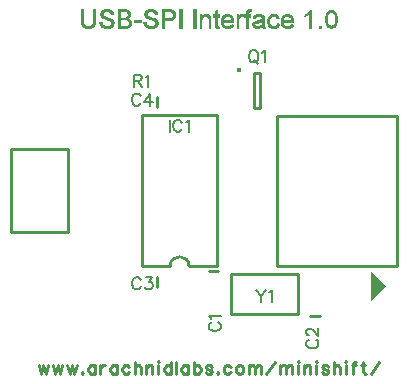
<source format=gto>
G04 DipTrace 2.4.0.1*
%INinterface.frontsilk.gto*%
%MOIN*%
%ADD10C,0.0098*%
%ADD12C,0.003*%
%ADD26C,0.0154*%
%ADD60C,0.0062*%
%ADD61C,0.0087*%
%FSLAX44Y44*%
G04*
G70*
G90*
G75*
G01*
%LNTopSilk*%
%LPD*%
X10567Y7718D2*
D10*
Y12756D1*
X8047Y7718D2*
Y12756D1*
X10567D2*
X8047D1*
X10567Y7718D2*
X9622D1*
X8992D2*
X8047D1*
X9622D2*
G03X8992Y7718I-315J-1D01*
G01*
X13251Y6121D2*
X11007D1*
Y7460D1*
X13251D1*
Y6121D1*
X10280Y7561D2*
X10594D1*
X13969Y6063D2*
X13655D1*
X8563Y7030D2*
Y7344D1*
Y13030D2*
Y13344D1*
X5600Y11615D2*
X3691D1*
Y8859D1*
X5600D1*
Y11615D1*
X16538Y12737D2*
X12562D1*
Y7737D1*
X16538D1*
Y12737D1*
D26*
X11290Y14245D3*
X11791Y14153D2*
D10*
Y12972D1*
X11988D1*
Y14153D1*
X11791D1*
G36*
X15687Y6562D2*
Y7562D1*
X16187Y7062D1*
D1*
X15687Y6562D1*
G37*
X6822Y16287D2*
D12*
X6927D1*
X8292D2*
X8397D1*
X6012Y16272D2*
X6087D1*
X6417D2*
X6492D1*
X6781D2*
X6961D1*
X7242D2*
X7527D1*
X8251D2*
X8431D1*
X8712D2*
X9012D1*
X9297D2*
X9372D1*
X9762D2*
X9837D1*
X11592D2*
X11682D1*
X6012Y16257D2*
X6087D1*
X6417D2*
X6492D1*
X6749D2*
X6991D1*
X7242D2*
X7561D1*
X8219D2*
X8461D1*
X8712D2*
X9050D1*
X9297D2*
X9372D1*
X9762D2*
X9837D1*
X10527D2*
X10542D1*
X11571D2*
X11689D1*
X13662D2*
X13692D1*
X14307D2*
X14397D1*
X6012Y16242D2*
X6087D1*
X6417D2*
X6492D1*
X6724D2*
X7015D1*
X7242D2*
X7588D1*
X8194D2*
X8485D1*
X8712D2*
X9079D1*
X9297D2*
X9372D1*
X9762D2*
X9837D1*
X10510D2*
X10542D1*
X11553D2*
X11694D1*
X13647D2*
X13692D1*
X14278D2*
X14426D1*
X6012Y16227D2*
X6087D1*
X6417D2*
X6492D1*
X6706D2*
X7033D1*
X7242D2*
X7609D1*
X8176D2*
X8503D1*
X8712D2*
X9101D1*
X9297D2*
X9372D1*
X9762D2*
X9837D1*
X10495D2*
X10542D1*
X11540D2*
X11680D1*
X13632D2*
X13692D1*
X14255D2*
X14449D1*
X6012Y16212D2*
X6087D1*
X6417D2*
X6492D1*
X6691D2*
X6796D1*
X6939D2*
X7048D1*
X7242D2*
X7623D1*
X8161D2*
X8266D1*
X8409D2*
X8518D1*
X8712D2*
X9117D1*
X9297D2*
X9372D1*
X9762D2*
X9837D1*
X10488D2*
X10542D1*
X11531D2*
X11649D1*
X13617D2*
X13692D1*
X14236D2*
X14468D1*
X6012Y16197D2*
X6087D1*
X6417D2*
X6492D1*
X6681D2*
X6774D1*
X6962D2*
X7060D1*
X7242D2*
X7317D1*
X7541D2*
X7634D1*
X8151D2*
X8244D1*
X8432D2*
X8530D1*
X8712D2*
X8787D1*
X9023D2*
X9130D1*
X9297D2*
X9372D1*
X9762D2*
X9837D1*
X10485D2*
X10542D1*
X11524D2*
X11619D1*
X13601D2*
X13692D1*
X14221D2*
X14483D1*
X6012Y16182D2*
X6087D1*
X6417D2*
X6492D1*
X6674D2*
X6758D1*
X6980D2*
X7069D1*
X7242D2*
X7317D1*
X7554D2*
X7642D1*
X8144D2*
X8228D1*
X8450D2*
X8539D1*
X8712D2*
X8787D1*
X9045D2*
X9139D1*
X9297D2*
X9372D1*
X9762D2*
X9837D1*
X10483D2*
X10542D1*
X11520D2*
X11594D1*
X13584D2*
X13692D1*
X14209D2*
X14292D1*
X14412D2*
X14495D1*
X6012Y16167D2*
X6087D1*
X6417D2*
X6492D1*
X6668D2*
X6747D1*
X6994D2*
X7076D1*
X7242D2*
X7317D1*
X7565D2*
X7650D1*
X8138D2*
X8217D1*
X8464D2*
X8546D1*
X8712D2*
X8787D1*
X9061D2*
X9146D1*
X9297D2*
X9372D1*
X9762D2*
X9837D1*
X10482D2*
X10542D1*
X11518D2*
X11584D1*
X13565D2*
X13692D1*
X14200D2*
X14277D1*
X14427D2*
X14504D1*
X6012Y16152D2*
X6087D1*
X6417D2*
X6492D1*
X6663D2*
X6739D1*
X7003D2*
X7081D1*
X7242D2*
X7317D1*
X7574D2*
X7656D1*
X8133D2*
X8209D1*
X8473D2*
X8551D1*
X8712D2*
X8787D1*
X9072D2*
X9151D1*
X9297D2*
X9372D1*
X9762D2*
X9837D1*
X10482D2*
X10542D1*
X11516D2*
X11580D1*
X13544D2*
X13692D1*
X14191D2*
X14263D1*
X14441D2*
X14511D1*
X6012Y16137D2*
X6087D1*
X6417D2*
X6492D1*
X6660D2*
X6735D1*
X7010D2*
X7086D1*
X7242D2*
X7317D1*
X7580D2*
X7659D1*
X8130D2*
X8205D1*
X8480D2*
X8556D1*
X8712D2*
X8787D1*
X9080D2*
X9156D1*
X9297D2*
X9372D1*
X9762D2*
X9837D1*
X10482D2*
X10542D1*
X11509D2*
X11578D1*
X13522D2*
X13692D1*
X14184D2*
X14250D1*
X14454D2*
X14516D1*
X6012Y16122D2*
X6087D1*
X6417D2*
X6492D1*
X6659D2*
X6734D1*
X7014D2*
X7090D1*
X7242D2*
X7317D1*
X7584D2*
X7660D1*
X8129D2*
X8204D1*
X8484D2*
X8560D1*
X8712D2*
X8787D1*
X9084D2*
X9159D1*
X9297D2*
X9372D1*
X9762D2*
X9837D1*
X10152D2*
X10227D1*
X10482D2*
X10542D1*
X10842D2*
X10932D1*
X11337D2*
X11397D1*
X11486D2*
X11577D1*
X11892D2*
X11997D1*
X12387D2*
X12477D1*
X12837D2*
X12927D1*
X13500D2*
X13600D1*
X13632D2*
X13692D1*
X14178D2*
X14241D1*
X14463D2*
X14522D1*
X6012Y16107D2*
X6087D1*
X6417D2*
X6492D1*
X6660D2*
X6734D1*
X7017D2*
X7092D1*
X7242D2*
X7317D1*
X7586D2*
X7659D1*
X8130D2*
X8204D1*
X8487D2*
X8562D1*
X8712D2*
X8787D1*
X9086D2*
X9161D1*
X9297D2*
X9372D1*
X9762D2*
X9837D1*
X9972D2*
X10032D1*
X10123D2*
X10253D1*
X10422D2*
X10617D1*
X10808D2*
X10966D1*
X11202D2*
X11247D1*
X11314D2*
X11427D1*
X11457D2*
X11667D1*
X11851D2*
X12031D1*
X12353D2*
X12508D1*
X12803D2*
X12961D1*
X13482D2*
X13580D1*
X13632D2*
X13692D1*
X14175D2*
X14236D1*
X14470D2*
X14526D1*
X6012Y16092D2*
X6087D1*
X6417D2*
X6492D1*
X6663D2*
X6741D1*
X7242D2*
X7317D1*
X7586D2*
X7656D1*
X8133D2*
X8211D1*
X8712D2*
X8787D1*
X9086D2*
X9161D1*
X9297D2*
X9372D1*
X9762D2*
X9837D1*
X9972D2*
X10033D1*
X10099D2*
X10275D1*
X10422D2*
X10617D1*
X10780D2*
X10994D1*
X11202D2*
X11250D1*
X11293D2*
X11667D1*
X11819D2*
X12058D1*
X12325D2*
X12533D1*
X12775D2*
X12989D1*
X13474D2*
X13556D1*
X13632D2*
X13692D1*
X14173D2*
X14231D1*
X14476D2*
X14530D1*
X6012Y16077D2*
X6087D1*
X6417D2*
X6492D1*
X6668D2*
X6753D1*
X7242D2*
X7317D1*
X7584D2*
X7651D1*
X8138D2*
X8223D1*
X8712D2*
X8787D1*
X9086D2*
X9159D1*
X9297D2*
X9372D1*
X9762D2*
X9837D1*
X9972D2*
X10035D1*
X10077D2*
X10291D1*
X10422D2*
X10617D1*
X10758D2*
X11016D1*
X11202D2*
X11255D1*
X11270D2*
X11427D1*
X11457D2*
X11667D1*
X11795D2*
X12079D1*
X12303D2*
X12553D1*
X12753D2*
X13011D1*
X13470D2*
X13529D1*
X13632D2*
X13692D1*
X14170D2*
X14227D1*
X14481D2*
X14533D1*
X6012Y16062D2*
X6087D1*
X6417D2*
X6492D1*
X6673D2*
X6771D1*
X7242D2*
X7317D1*
X7579D2*
X7646D1*
X8143D2*
X8241D1*
X8712D2*
X8787D1*
X9084D2*
X9156D1*
X9297D2*
X9372D1*
X9762D2*
X9837D1*
X9972D2*
X10040D1*
X10055D2*
X10303D1*
X10422D2*
X10617D1*
X10742D2*
X11032D1*
X11202D2*
X11427D1*
X11457D2*
X11667D1*
X11778D2*
X12093D1*
X12285D2*
X12568D1*
X12737D2*
X13027D1*
X13468D2*
X13499D1*
X13632D2*
X13692D1*
X14166D2*
X14222D1*
X14484D2*
X14538D1*
X6012Y16047D2*
X6087D1*
X6417D2*
X6492D1*
X6680D2*
X6799D1*
X7242D2*
X7317D1*
X7565D2*
X7639D1*
X8150D2*
X8269D1*
X8712D2*
X8787D1*
X9078D2*
X9151D1*
X9297D2*
X9372D1*
X9762D2*
X9837D1*
X9972D2*
X10110D1*
X10208D2*
X10312D1*
X10422D2*
X10617D1*
X10730D2*
X10830D1*
X10946D2*
X11044D1*
X11202D2*
X11366D1*
X11457D2*
X11667D1*
X11767D2*
X11865D1*
X12012D2*
X12103D1*
X12271D2*
X12375D1*
X12492D2*
X12580D1*
X12725D2*
X12825D1*
X12941D2*
X13039D1*
X13467D2*
D3*
X13632D2*
X13692D1*
X14162D2*
X14220D1*
X14486D2*
X14542D1*
X6012Y16032D2*
X6087D1*
X6417D2*
X6492D1*
X6691D2*
X6837D1*
X7242D2*
X7317D1*
X7546D2*
X7628D1*
X8161D2*
X8307D1*
X8712D2*
X8787D1*
X9068D2*
X9147D1*
X9297D2*
X9372D1*
X9762D2*
X9837D1*
X9972D2*
X10087D1*
X10230D2*
X10320D1*
X10482D2*
X10542D1*
X10720D2*
X10806D1*
X10973D2*
X11054D1*
X11202D2*
X11323D1*
X11517D2*
X11577D1*
X11759D2*
X11842D1*
X12026D2*
X12110D1*
X12261D2*
X12351D1*
X12507D2*
X12589D1*
X12715D2*
X12801D1*
X12968D2*
X13049D1*
X13632D2*
X13692D1*
X14159D2*
X14218D1*
X14487D2*
X14545D1*
X6012Y16017D2*
X6087D1*
X6417D2*
X6492D1*
X6707D2*
X6880D1*
X7242D2*
X7317D1*
X7523D2*
X7613D1*
X8177D2*
X8350D1*
X8712D2*
X8787D1*
X9055D2*
X9141D1*
X9297D2*
X9372D1*
X9762D2*
X9837D1*
X9972D2*
X10069D1*
X10246D2*
X10326D1*
X10482D2*
X10542D1*
X10711D2*
X10786D1*
X10995D2*
X11063D1*
X11202D2*
X11293D1*
X11517D2*
X11577D1*
X11751D2*
X11824D1*
X12039D2*
X12114D1*
X12254D2*
X12332D1*
X12521D2*
X12596D1*
X12706D2*
X12781D1*
X12990D2*
X13058D1*
X13632D2*
X13692D1*
X14158D2*
X14217D1*
X14487D2*
X14546D1*
X6012Y16002D2*
X6087D1*
X6417D2*
X6492D1*
X6727D2*
X6925D1*
X7242D2*
X7593D1*
X8197D2*
X8395D1*
X8712D2*
X8787D1*
X9041D2*
X9134D1*
X9297D2*
X9372D1*
X9762D2*
X9837D1*
X9972D2*
X10055D1*
X10257D2*
X10329D1*
X10482D2*
X10542D1*
X10704D2*
X10769D1*
X11011D2*
X11070D1*
X11202D2*
X11282D1*
X11517D2*
X11577D1*
X11742D2*
X11812D1*
X12048D2*
X12116D1*
X12248D2*
X12316D1*
X12534D2*
X12604D1*
X12699D2*
X12764D1*
X13006D2*
X13065D1*
X13632D2*
X13692D1*
X14157D2*
X14217D1*
X14487D2*
X14547D1*
X6012Y15987D2*
X6087D1*
X6417D2*
X6492D1*
X6753D2*
X6966D1*
X7242D2*
X7572D1*
X8223D2*
X8436D1*
X8712D2*
X8787D1*
X9027D2*
X9125D1*
X9297D2*
X9372D1*
X9762D2*
X9837D1*
X9972D2*
X10046D1*
X10265D2*
X10331D1*
X10482D2*
X10542D1*
X10698D2*
X10756D1*
X11022D2*
X11076D1*
X11202D2*
X11274D1*
X11517D2*
X11577D1*
X11787D2*
X11802D1*
X12054D2*
X12116D1*
X12242D2*
X12304D1*
X12544D2*
X12612D1*
X12693D2*
X12751D1*
X13017D2*
X13071D1*
X13632D2*
X13692D1*
X14157D2*
X14217D1*
X14487D2*
X14547D1*
X6012Y15972D2*
X6087D1*
X6417D2*
X6492D1*
X6784D2*
X7000D1*
X7242D2*
X7592D1*
X8254D2*
X8470D1*
X8712D2*
X9113D1*
X9297D2*
X9372D1*
X9762D2*
X9837D1*
X9972D2*
X10039D1*
X10269D2*
X10332D1*
X10482D2*
X10542D1*
X10692D2*
X10745D1*
X11030D2*
X11082D1*
X11202D2*
X11268D1*
X11517D2*
X11577D1*
X12053D2*
X12117D1*
X12237D2*
X12295D1*
X12552D2*
X12567D1*
X12687D2*
X12740D1*
X13025D2*
X13077D1*
X13632D2*
X13692D1*
X14157D2*
X14217D1*
X14487D2*
X14547D1*
X6012Y15957D2*
X6087D1*
X6417D2*
X6492D1*
X6823D2*
X7027D1*
X7242D2*
X7612D1*
X8293D2*
X8497D1*
X8712D2*
X9097D1*
X9297D2*
X9372D1*
X9762D2*
X9837D1*
X9972D2*
X10035D1*
X10271D2*
X10332D1*
X10482D2*
X10542D1*
X10687D2*
X10741D1*
X11034D2*
X11087D1*
X11202D2*
X11265D1*
X11517D2*
X11577D1*
X12040D2*
X12117D1*
X12232D2*
X12289D1*
X12682D2*
X12736D1*
X13029D2*
X13082D1*
X13632D2*
X13692D1*
X14157D2*
X14217D1*
X14487D2*
X14547D1*
X6012Y15942D2*
X6087D1*
X6417D2*
X6492D1*
X6866D2*
X7047D1*
X7242D2*
X7629D1*
X8336D2*
X8517D1*
X8712D2*
X9074D1*
X9297D2*
X9372D1*
X9762D2*
X9837D1*
X9972D2*
X10033D1*
X10271D2*
X10332D1*
X10482D2*
X10542D1*
X10683D2*
X10739D1*
X11036D2*
X11091D1*
X11202D2*
X11263D1*
X11517D2*
X11577D1*
X11999D2*
X12117D1*
X12228D2*
X12285D1*
X12678D2*
X12734D1*
X13031D2*
X13086D1*
X13632D2*
X13692D1*
X14157D2*
X14217D1*
X14487D2*
X14547D1*
X6012Y15927D2*
X6087D1*
X6417D2*
X6492D1*
X6908D2*
X7063D1*
X7242D2*
X7317D1*
X7539D2*
X7645D1*
X8378D2*
X8533D1*
X8712D2*
X9045D1*
X9297D2*
X9372D1*
X9762D2*
X9837D1*
X9972D2*
X10033D1*
X10272D2*
X10332D1*
X10482D2*
X10542D1*
X10680D2*
X11094D1*
X11202D2*
X11262D1*
X11517D2*
X11577D1*
X11944D2*
X12117D1*
X12225D2*
X12283D1*
X12675D2*
X13089D1*
X13632D2*
X13692D1*
X14157D2*
X14217D1*
X14487D2*
X14547D1*
X6012Y15912D2*
X6087D1*
X6417D2*
X6492D1*
X6946D2*
X7075D1*
X7242D2*
X7317D1*
X7563D2*
X7659D1*
X7782D2*
X8007D1*
X8416D2*
X8545D1*
X8712D2*
X9012D1*
X9297D2*
X9372D1*
X9762D2*
X9837D1*
X9972D2*
X10032D1*
X10272D2*
X10332D1*
X10482D2*
X10542D1*
X10678D2*
X11096D1*
X11202D2*
X11262D1*
X11517D2*
X11577D1*
X11887D2*
X12117D1*
X12223D2*
X12283D1*
X12673D2*
X13091D1*
X13632D2*
X13692D1*
X14157D2*
X14217D1*
X14487D2*
X14547D1*
X6012Y15897D2*
X6087D1*
X6417D2*
X6492D1*
X6977D2*
X7086D1*
X7242D2*
X7317D1*
X7582D2*
X7670D1*
X7782D2*
X8007D1*
X8447D2*
X8556D1*
X8712D2*
X8787D1*
X9297D2*
X9372D1*
X9762D2*
X9837D1*
X9972D2*
X10032D1*
X10272D2*
X10332D1*
X10482D2*
X10542D1*
X10677D2*
X11097D1*
X11202D2*
X11262D1*
X11517D2*
X11577D1*
X11840D2*
X12117D1*
X12222D2*
X12282D1*
X12672D2*
X13092D1*
X13632D2*
X13692D1*
X14158D2*
X14217D1*
X14487D2*
X14546D1*
X6012Y15882D2*
X6087D1*
X6417D2*
X6492D1*
X6999D2*
X7094D1*
X7242D2*
X7317D1*
X7597D2*
X7679D1*
X7782D2*
X8007D1*
X8469D2*
X8564D1*
X8712D2*
X8787D1*
X9297D2*
X9372D1*
X9762D2*
X9837D1*
X9972D2*
X10032D1*
X10272D2*
X10332D1*
X10482D2*
X10542D1*
X10677D2*
X11097D1*
X11202D2*
X11262D1*
X11517D2*
X11577D1*
X11805D2*
X12117D1*
X12222D2*
X12282D1*
X12672D2*
X13092D1*
X13632D2*
X13692D1*
X14160D2*
X14217D1*
X14487D2*
X14545D1*
X6013Y15867D2*
X6087D1*
X6417D2*
X6491D1*
X7014D2*
X7100D1*
X7242D2*
X7317D1*
X7609D2*
X7685D1*
X7782D2*
X8007D1*
X8484D2*
X8570D1*
X8712D2*
X8787D1*
X9297D2*
X9372D1*
X9762D2*
X9837D1*
X9972D2*
X10032D1*
X10272D2*
X10332D1*
X10482D2*
X10542D1*
X10677D2*
X11097D1*
X11202D2*
X11262D1*
X11517D2*
X11577D1*
X11780D2*
X12015D1*
X12057D2*
X12117D1*
X12222D2*
X12282D1*
X12672D2*
X13092D1*
X13632D2*
X13692D1*
X14163D2*
X14218D1*
X14486D2*
X14541D1*
X6015Y15852D2*
X6088D1*
X6416D2*
X6490D1*
X6627D2*
X6702D1*
X7025D2*
X7104D1*
X7242D2*
X7317D1*
X7613D2*
X7689D1*
X7782D2*
X8007D1*
X8097D2*
X8172D1*
X8495D2*
X8574D1*
X8712D2*
X8787D1*
X9297D2*
X9372D1*
X9762D2*
X9837D1*
X9972D2*
X10032D1*
X10272D2*
X10332D1*
X10482D2*
X10542D1*
X10678D2*
X10738D1*
X11202D2*
X11262D1*
X11517D2*
X11577D1*
X11763D2*
X11936D1*
X12057D2*
X12117D1*
X12223D2*
X12282D1*
X12673D2*
X12733D1*
X13632D2*
X13692D1*
X14167D2*
X14220D1*
X14485D2*
X14537D1*
X6018Y15837D2*
X6090D1*
X6415D2*
X6486D1*
X6629D2*
X6704D1*
X7029D2*
X7106D1*
X7242D2*
X7317D1*
X7615D2*
X7691D1*
X8099D2*
X8174D1*
X8499D2*
X8576D1*
X8712D2*
X8787D1*
X9297D2*
X9372D1*
X9762D2*
X9837D1*
X9972D2*
X10032D1*
X10272D2*
X10332D1*
X10482D2*
X10542D1*
X10680D2*
X10740D1*
X11202D2*
X11262D1*
X11517D2*
X11577D1*
X11750D2*
X11875D1*
X12057D2*
X12117D1*
X12225D2*
X12283D1*
X12675D2*
X12735D1*
X13632D2*
X13692D1*
X14170D2*
X14223D1*
X14481D2*
X14534D1*
X6022Y15822D2*
X6093D1*
X6411D2*
X6482D1*
X6633D2*
X6709D1*
X7030D2*
X7106D1*
X7242D2*
X7317D1*
X7616D2*
X7691D1*
X8103D2*
X8179D1*
X8500D2*
X8576D1*
X8712D2*
X8787D1*
X9297D2*
X9372D1*
X9762D2*
X9837D1*
X9972D2*
X10032D1*
X10272D2*
X10332D1*
X10482D2*
X10542D1*
X10683D2*
X10743D1*
X11202D2*
X11262D1*
X11517D2*
X11577D1*
X11740D2*
X11835D1*
X12056D2*
X12117D1*
X12228D2*
X12285D1*
X12678D2*
X12738D1*
X13632D2*
X13692D1*
X14172D2*
X14228D1*
X14476D2*
X14532D1*
X6025Y15807D2*
X6098D1*
X6406D2*
X6479D1*
X6638D2*
X6714D1*
X7031D2*
X7104D1*
X7242D2*
X7317D1*
X7614D2*
X7689D1*
X8108D2*
X8184D1*
X8501D2*
X8574D1*
X8712D2*
X8787D1*
X9297D2*
X9372D1*
X9762D2*
X9837D1*
X9972D2*
X10032D1*
X10272D2*
X10332D1*
X10482D2*
X10542D1*
X10688D2*
X10748D1*
X11202D2*
X11262D1*
X11517D2*
X11577D1*
X11734D2*
X11807D1*
X12054D2*
X12117D1*
X12233D2*
X12289D1*
X12567D2*
X12582D1*
X12683D2*
X12743D1*
X13632D2*
X13692D1*
X14174D2*
X14233D1*
X14471D2*
X14530D1*
X6028Y15792D2*
X6103D1*
X6401D2*
X6476D1*
X6642D2*
X6721D1*
X7029D2*
X7101D1*
X7242D2*
X7317D1*
X7610D2*
X7686D1*
X8112D2*
X8191D1*
X8499D2*
X8571D1*
X8712D2*
X8787D1*
X9297D2*
X9372D1*
X9762D2*
X9837D1*
X9972D2*
X10032D1*
X10272D2*
X10332D1*
X10482D2*
X10542D1*
X10692D2*
X10753D1*
X11202D2*
X11262D1*
X11517D2*
X11577D1*
X11730D2*
X11796D1*
X12048D2*
X12117D1*
X12237D2*
X12295D1*
X12561D2*
X12627D1*
X12687D2*
X12748D1*
X13632D2*
X13692D1*
X14179D2*
X14240D1*
X14464D2*
X14525D1*
X6033Y15777D2*
X6110D1*
X6394D2*
X6471D1*
X6648D2*
X6730D1*
X7024D2*
X7096D1*
X7242D2*
X7317D1*
X7603D2*
X7681D1*
X8118D2*
X8200D1*
X8494D2*
X8566D1*
X8712D2*
X8787D1*
X9297D2*
X9372D1*
X9762D2*
X9837D1*
X9972D2*
X10032D1*
X10272D2*
X10332D1*
X10482D2*
X10542D1*
X10698D2*
X10760D1*
X11037D2*
X11052D1*
X11202D2*
X11262D1*
X11517D2*
X11577D1*
X11729D2*
X11791D1*
X12038D2*
X12117D1*
X12242D2*
X12304D1*
X12554D2*
X12620D1*
X12693D2*
X12755D1*
X13032D2*
X13047D1*
X13632D2*
X13692D1*
X14184D2*
X14251D1*
X14453D2*
X14520D1*
X6037Y15762D2*
X6122D1*
X6382D2*
X6465D1*
X6655D2*
X6740D1*
X7012D2*
X7091D1*
X7242D2*
X7317D1*
X7592D2*
X7676D1*
X8125D2*
X8210D1*
X8482D2*
X8561D1*
X8712D2*
X8787D1*
X9297D2*
X9372D1*
X9762D2*
X9837D1*
X9972D2*
X10032D1*
X10272D2*
X10332D1*
X10482D2*
X10543D1*
X10704D2*
X10772D1*
X11021D2*
X11097D1*
X11202D2*
X11262D1*
X11517D2*
X11577D1*
X11730D2*
X11790D1*
X12024D2*
X12117D1*
X12247D2*
X12316D1*
X12544D2*
X12613D1*
X12699D2*
X12767D1*
X13016D2*
X13092D1*
X13632D2*
X13692D1*
X14191D2*
X14265D1*
X14439D2*
X14513D1*
X6043Y15747D2*
X6137D1*
X6367D2*
X6458D1*
X6663D2*
X6764D1*
X6997D2*
X7084D1*
X7242D2*
X7317D1*
X7575D2*
X7669D1*
X8133D2*
X8234D1*
X8467D2*
X8554D1*
X8712D2*
X8787D1*
X9297D2*
X9372D1*
X9762D2*
X9837D1*
X9972D2*
X10032D1*
X10272D2*
X10332D1*
X10482D2*
X10545D1*
X10711D2*
X10787D1*
X10999D2*
X11087D1*
X11202D2*
X11262D1*
X11517D2*
X11577D1*
X11733D2*
X11799D1*
X12008D2*
X12117D1*
X12253D2*
X12332D1*
X12531D2*
X12607D1*
X12706D2*
X12782D1*
X12994D2*
X13082D1*
X13632D2*
X13692D1*
X14198D2*
X14297D1*
X14407D2*
X14505D1*
X6050Y15732D2*
X6182D1*
X6322D2*
X6450D1*
X6673D2*
X6809D1*
X6952D2*
X7073D1*
X7242D2*
X7317D1*
X7552D2*
X7658D1*
X8143D2*
X8279D1*
X8422D2*
X8543D1*
X8712D2*
X8787D1*
X9297D2*
X9372D1*
X9762D2*
X9837D1*
X9972D2*
X10032D1*
X10272D2*
X10332D1*
X10483D2*
X10555D1*
X10719D2*
X10829D1*
X10959D2*
X11077D1*
X11202D2*
X11262D1*
X11517D2*
X11577D1*
X11738D2*
X11838D1*
X11965D2*
X12118D1*
X12260D2*
X12371D1*
X12492D2*
X12600D1*
X12714D2*
X12824D1*
X12954D2*
X13072D1*
X13632D2*
X13692D1*
X14206D2*
X14349D1*
X14355D2*
X14496D1*
X6061Y15717D2*
X6253D1*
X6251D2*
X6440D1*
X6685D2*
X6882D1*
X6881D2*
X7060D1*
X7242D2*
X7645D1*
X8155D2*
X8352D1*
X8351D2*
X8530D1*
X8712D2*
X8787D1*
X9297D2*
X9372D1*
X9762D2*
X9837D1*
X9972D2*
X10032D1*
X10272D2*
X10332D1*
X10485D2*
X10576D1*
X10728D2*
X10895D1*
X10894D2*
X11064D1*
X11202D2*
X11262D1*
X11517D2*
X11577D1*
X11743D2*
X11902D1*
X11899D2*
X12120D1*
X12271D2*
X12432D1*
X12590D1*
X12723D2*
X12890D1*
X12889D2*
X13059D1*
X13632D2*
X13692D1*
X13947D2*
X14007D1*
X14216D2*
X14484D1*
X6075Y15702D2*
X6426D1*
X6699D2*
X7046D1*
X7242D2*
X7628D1*
X8169D2*
X8516D1*
X8712D2*
X8787D1*
X9297D2*
X9372D1*
X9762D2*
X9837D1*
X9972D2*
X10032D1*
X10272D2*
X10332D1*
X10489D2*
X10595D1*
X10741D2*
X11050D1*
X11202D2*
X11262D1*
X11517D2*
X11577D1*
X11751D2*
X12026D1*
X12055D2*
X12124D1*
X12284D2*
X12578D1*
X12736D2*
X13045D1*
X13632D2*
X13692D1*
X13947D2*
X14007D1*
X14231D2*
X14470D1*
X6094Y15687D2*
X6406D1*
X6719D2*
X7027D1*
X7242D2*
X7605D1*
X8189D2*
X8497D1*
X8712D2*
X8787D1*
X9297D2*
X9372D1*
X9762D2*
X9837D1*
X9972D2*
X10032D1*
X10272D2*
X10332D1*
X10496D2*
X10609D1*
X10757D2*
X11033D1*
X11202D2*
X11262D1*
X11517D2*
X11577D1*
X11764D2*
X12008D1*
X12066D2*
X12130D1*
X12301D2*
X12562D1*
X12752D2*
X13028D1*
X13632D2*
X13692D1*
X13947D2*
X14007D1*
X14251D2*
X14451D1*
X6121Y15672D2*
X6379D1*
X6746D2*
X7002D1*
X7242D2*
X7575D1*
X8216D2*
X8472D1*
X8712D2*
X8787D1*
X9297D2*
X9372D1*
X9762D2*
X9837D1*
X9972D2*
X10032D1*
X10272D2*
X10332D1*
X10507D2*
X10621D1*
X10780D2*
X11010D1*
X11202D2*
X11262D1*
X11517D2*
X11577D1*
X11783D2*
X11985D1*
X12076D2*
X12138D1*
X12324D2*
X12539D1*
X12775D2*
X13005D1*
X13632D2*
X13692D1*
X13947D2*
X14007D1*
X14277D2*
X14426D1*
X6155Y15657D2*
X6347D1*
X6781D2*
X6967D1*
X7242D2*
X7542D1*
X8251D2*
X8437D1*
X8712D2*
X8787D1*
X9297D2*
X9372D1*
X9762D2*
X9837D1*
X9972D2*
X10032D1*
X10272D2*
X10332D1*
X10523D2*
X10632D1*
X10809D2*
X10980D1*
X11202D2*
X11262D1*
X11517D2*
X11577D1*
X11806D2*
X11955D1*
X12087D2*
X12147D1*
X12354D2*
X12510D1*
X12804D2*
X12975D1*
X13632D2*
X13692D1*
X13947D2*
X14007D1*
X14307D2*
X14397D1*
X6192Y15642D2*
X6312D1*
X6822D2*
X6927D1*
X8292D2*
X8397D1*
X10542D2*
X10617D1*
X10842D2*
X10947D1*
X11832D2*
X11922D1*
X12387D2*
X12477D1*
X12837D2*
X12942D1*
X6822Y16287D2*
X6781Y16272D1*
X6749Y16257D1*
X6724Y16242D1*
X6706Y16227D1*
X6691Y16212D1*
X6681Y16197D1*
X6674Y16182D1*
X6668Y16167D1*
X6663Y16152D1*
X6660Y16137D1*
X6659Y16122D1*
X6660Y16107D1*
X6663Y16092D1*
X6668Y16077D1*
X6673Y16062D1*
X6680Y16047D1*
X6691Y16032D1*
X6707Y16017D1*
X6727Y16002D1*
X6753Y15987D1*
X6784Y15972D1*
X6823Y15957D1*
X6866Y15942D1*
X6908Y15927D1*
X6946Y15912D1*
X6977Y15897D1*
X6999Y15882D1*
X7014Y15867D1*
X7025Y15852D1*
X7029Y15837D1*
X7030Y15822D1*
X7031Y15807D1*
X7029Y15792D1*
X7024Y15777D1*
X7012Y15762D1*
X6997Y15747D1*
X6952Y15732D1*
X6881Y15717D1*
X6792Y15702D1*
X6927Y16287D2*
X6961Y16272D1*
X6991Y16257D1*
X7015Y16242D1*
X7033Y16227D1*
X7048Y16212D1*
X7060Y16197D1*
X7069Y16182D1*
X7076Y16167D1*
X7081Y16152D1*
X7086Y16137D1*
X7090Y16122D1*
X7092Y16107D1*
X8292Y16287D2*
X8251Y16272D1*
X8219Y16257D1*
X8194Y16242D1*
X8176Y16227D1*
X8161Y16212D1*
X8151Y16197D1*
X8144Y16182D1*
X8138Y16167D1*
X8133Y16152D1*
X8130Y16137D1*
X8129Y16122D1*
X8130Y16107D1*
X8133Y16092D1*
X8138Y16077D1*
X8143Y16062D1*
X8150Y16047D1*
X8161Y16032D1*
X8177Y16017D1*
X8197Y16002D1*
X8223Y15987D1*
X8254Y15972D1*
X8293Y15957D1*
X8336Y15942D1*
X8378Y15927D1*
X8416Y15912D1*
X8447Y15897D1*
X8469Y15882D1*
X8484Y15867D1*
X8495Y15852D1*
X8499Y15837D1*
X8500Y15822D1*
X8501Y15807D1*
X8499Y15792D1*
X8494Y15777D1*
X8482Y15762D1*
X8467Y15747D1*
X8422Y15732D1*
X8351Y15717D1*
X8262Y15702D1*
X8397Y16287D2*
X8431Y16272D1*
X8461Y16257D1*
X8485Y16242D1*
X8503Y16227D1*
X8518Y16212D1*
X8530Y16197D1*
X8539Y16182D1*
X8546Y16167D1*
X8551Y16152D1*
X8556Y16137D1*
X8560Y16122D1*
X8562Y16107D1*
X6012Y16272D2*
Y16257D1*
Y16242D1*
Y16227D1*
Y16212D1*
Y16197D1*
Y16182D1*
Y16167D1*
Y16152D1*
Y16137D1*
Y16122D1*
Y16107D1*
Y16092D1*
Y16077D1*
Y16062D1*
Y16047D1*
Y16032D1*
Y16017D1*
Y16002D1*
Y15987D1*
Y15972D1*
Y15957D1*
Y15942D1*
Y15927D1*
Y15912D1*
Y15897D1*
Y15882D1*
X6013Y15867D1*
X6015Y15852D1*
X6018Y15837D1*
X6022Y15822D1*
X6025Y15807D1*
X6028Y15792D1*
X6033Y15777D1*
X6037Y15762D1*
X6043Y15747D1*
X6050Y15732D1*
X6061Y15717D1*
X6075Y15702D1*
X6094Y15687D1*
X6121Y15672D1*
X6155Y15657D1*
X6192Y15642D1*
X6087Y16272D2*
Y16257D1*
Y16242D1*
Y16227D1*
Y16212D1*
Y16197D1*
Y16182D1*
Y16167D1*
Y16152D1*
Y16137D1*
Y16122D1*
Y16107D1*
Y16092D1*
Y16077D1*
Y16062D1*
Y16047D1*
Y16032D1*
Y16017D1*
Y16002D1*
Y15987D1*
Y15972D1*
Y15957D1*
Y15942D1*
Y15927D1*
Y15912D1*
Y15897D1*
Y15882D1*
Y15867D1*
X6088Y15852D1*
X6090Y15837D1*
X6093Y15822D1*
X6098Y15807D1*
X6103Y15792D1*
X6110Y15777D1*
X6122Y15762D1*
X6137Y15747D1*
X6182Y15732D1*
X6253Y15717D1*
X6342Y15702D1*
X6417Y16272D2*
Y16257D1*
Y16242D1*
Y16227D1*
Y16212D1*
Y16197D1*
Y16182D1*
Y16167D1*
Y16152D1*
Y16137D1*
Y16122D1*
Y16107D1*
Y16092D1*
Y16077D1*
Y16062D1*
Y16047D1*
Y16032D1*
Y16017D1*
Y16002D1*
Y15987D1*
Y15972D1*
Y15957D1*
Y15942D1*
Y15927D1*
Y15912D1*
Y15897D1*
Y15882D1*
Y15867D1*
X6416Y15852D1*
X6415Y15837D1*
X6411Y15822D1*
X6406Y15807D1*
X6401Y15792D1*
X6394Y15777D1*
X6382Y15762D1*
X6367Y15747D1*
X6322Y15732D1*
X6251Y15717D1*
X6162Y15702D1*
X6492Y16272D2*
Y16257D1*
Y16242D1*
Y16227D1*
Y16212D1*
Y16197D1*
Y16182D1*
Y16167D1*
Y16152D1*
Y16137D1*
Y16122D1*
Y16107D1*
Y16092D1*
Y16077D1*
Y16062D1*
Y16047D1*
Y16032D1*
Y16017D1*
Y16002D1*
Y15987D1*
Y15972D1*
Y15957D1*
Y15942D1*
Y15927D1*
Y15912D1*
Y15897D1*
Y15882D1*
X6491Y15867D1*
X6490Y15852D1*
X6486Y15837D1*
X6482Y15822D1*
X6479Y15807D1*
X6476Y15792D1*
X6471Y15777D1*
X6465Y15762D1*
X6458Y15747D1*
X6450Y15732D1*
X6440Y15717D1*
X6426Y15702D1*
X6406Y15687D1*
X6379Y15672D1*
X6347Y15657D1*
X6312Y15642D1*
X7242Y16272D2*
Y16257D1*
Y16242D1*
Y16227D1*
Y16212D1*
Y16197D1*
Y16182D1*
Y16167D1*
Y16152D1*
Y16137D1*
Y16122D1*
Y16107D1*
Y16092D1*
Y16077D1*
Y16062D1*
Y16047D1*
Y16032D1*
Y16017D1*
Y16002D1*
Y15987D1*
Y15972D1*
Y15957D1*
Y15942D1*
Y15927D1*
Y15912D1*
Y15897D1*
Y15882D1*
Y15867D1*
Y15852D1*
Y15837D1*
Y15822D1*
Y15807D1*
Y15792D1*
Y15777D1*
Y15762D1*
Y15747D1*
Y15732D1*
Y15717D1*
Y15702D1*
Y15687D1*
Y15672D1*
Y15657D1*
X7527Y16272D2*
X7561Y16257D1*
X7588Y16242D1*
X7609Y16227D1*
X7623Y16212D1*
X7634Y16197D1*
X7642Y16182D1*
X7650Y16167D1*
X7656Y16152D1*
X7659Y16137D1*
X7660Y16122D1*
X7659Y16107D1*
X7656Y16092D1*
X7651Y16077D1*
X7646Y16062D1*
X7639Y16047D1*
X7628Y16032D1*
X7613Y16017D1*
X7593Y16002D1*
X7572Y15987D1*
X7592Y15972D1*
X7612Y15957D1*
X7629Y15942D1*
X7645Y15927D1*
X7659Y15912D1*
X7670Y15897D1*
X7679Y15882D1*
X7685Y15867D1*
X7689Y15852D1*
X7691Y15837D1*
Y15822D1*
X7689Y15807D1*
X7686Y15792D1*
X7681Y15777D1*
X7676Y15762D1*
X7669Y15747D1*
X7658Y15732D1*
X7645Y15717D1*
X7628Y15702D1*
X7605Y15687D1*
X7575Y15672D1*
X7542Y15657D1*
X8712Y16272D2*
Y16257D1*
Y16242D1*
Y16227D1*
Y16212D1*
Y16197D1*
Y16182D1*
Y16167D1*
Y16152D1*
Y16137D1*
Y16122D1*
Y16107D1*
Y16092D1*
Y16077D1*
Y16062D1*
Y16047D1*
Y16032D1*
Y16017D1*
Y16002D1*
Y15987D1*
Y15972D1*
Y15957D1*
Y15942D1*
Y15927D1*
Y15912D1*
Y15897D1*
Y15882D1*
Y15867D1*
Y15852D1*
Y15837D1*
Y15822D1*
Y15807D1*
Y15792D1*
Y15777D1*
Y15762D1*
Y15747D1*
Y15732D1*
Y15717D1*
Y15702D1*
Y15687D1*
Y15672D1*
Y15657D1*
X9012Y16272D2*
X9050Y16257D1*
X9079Y16242D1*
X9101Y16227D1*
X9117Y16212D1*
X9130Y16197D1*
X9139Y16182D1*
X9146Y16167D1*
X9151Y16152D1*
X9156Y16137D1*
X9159Y16122D1*
X9161Y16107D1*
Y16092D1*
X9159Y16077D1*
X9156Y16062D1*
X9151Y16047D1*
X9147Y16032D1*
X9141Y16017D1*
X9134Y16002D1*
X9125Y15987D1*
X9113Y15972D1*
X9097Y15957D1*
X9074Y15942D1*
X9045Y15927D1*
X9012Y15912D1*
X9297Y16272D2*
Y16257D1*
Y16242D1*
Y16227D1*
Y16212D1*
Y16197D1*
Y16182D1*
Y16167D1*
Y16152D1*
Y16137D1*
Y16122D1*
Y16107D1*
Y16092D1*
Y16077D1*
Y16062D1*
Y16047D1*
Y16032D1*
Y16017D1*
Y16002D1*
Y15987D1*
Y15972D1*
Y15957D1*
Y15942D1*
Y15927D1*
Y15912D1*
Y15897D1*
Y15882D1*
Y15867D1*
Y15852D1*
Y15837D1*
Y15822D1*
Y15807D1*
Y15792D1*
Y15777D1*
Y15762D1*
Y15747D1*
Y15732D1*
Y15717D1*
Y15702D1*
Y15687D1*
Y15672D1*
Y15657D1*
X9372Y16272D2*
Y16257D1*
Y16242D1*
Y16227D1*
Y16212D1*
Y16197D1*
Y16182D1*
Y16167D1*
Y16152D1*
Y16137D1*
Y16122D1*
Y16107D1*
Y16092D1*
Y16077D1*
Y16062D1*
Y16047D1*
Y16032D1*
Y16017D1*
Y16002D1*
Y15987D1*
Y15972D1*
Y15957D1*
Y15942D1*
Y15927D1*
Y15912D1*
Y15897D1*
Y15882D1*
Y15867D1*
Y15852D1*
Y15837D1*
Y15822D1*
Y15807D1*
Y15792D1*
Y15777D1*
Y15762D1*
Y15747D1*
Y15732D1*
Y15717D1*
Y15702D1*
Y15687D1*
Y15672D1*
Y15657D1*
X9762Y16272D2*
Y16257D1*
Y16242D1*
Y16227D1*
Y16212D1*
Y16197D1*
Y16182D1*
Y16167D1*
Y16152D1*
Y16137D1*
Y16122D1*
Y16107D1*
Y16092D1*
Y16077D1*
Y16062D1*
Y16047D1*
Y16032D1*
Y16017D1*
Y16002D1*
Y15987D1*
Y15972D1*
Y15957D1*
Y15942D1*
Y15927D1*
Y15912D1*
Y15897D1*
Y15882D1*
Y15867D1*
Y15852D1*
Y15837D1*
Y15822D1*
Y15807D1*
Y15792D1*
Y15777D1*
Y15762D1*
Y15747D1*
Y15732D1*
Y15717D1*
Y15702D1*
Y15687D1*
Y15672D1*
Y15657D1*
X9837Y16272D2*
Y16257D1*
Y16242D1*
Y16227D1*
Y16212D1*
Y16197D1*
Y16182D1*
Y16167D1*
Y16152D1*
Y16137D1*
Y16122D1*
Y16107D1*
Y16092D1*
Y16077D1*
Y16062D1*
Y16047D1*
Y16032D1*
Y16017D1*
Y16002D1*
Y15987D1*
Y15972D1*
Y15957D1*
Y15942D1*
Y15927D1*
Y15912D1*
Y15897D1*
Y15882D1*
Y15867D1*
Y15852D1*
Y15837D1*
Y15822D1*
Y15807D1*
Y15792D1*
Y15777D1*
Y15762D1*
Y15747D1*
Y15732D1*
Y15717D1*
Y15702D1*
Y15687D1*
Y15672D1*
Y15657D1*
X11592Y16272D2*
X11571Y16257D1*
X11553Y16242D1*
X11540Y16227D1*
X11531Y16212D1*
X11524Y16197D1*
X11520Y16182D1*
X11518Y16167D1*
X11516Y16152D1*
X11509Y16137D1*
X11486Y16122D1*
X11457Y16107D1*
X11682Y16272D2*
X11689Y16257D1*
X11694Y16242D1*
X11680Y16227D1*
X11649Y16212D1*
X11619Y16197D1*
X11594Y16182D1*
X11584Y16167D1*
X11580Y16152D1*
X11578Y16137D1*
X11577Y16122D1*
Y16107D1*
X11667D1*
Y16092D1*
Y16077D1*
Y16062D1*
Y16047D1*
Y16032D1*
X11577D1*
Y16017D1*
Y16002D1*
Y15987D1*
Y15972D1*
Y15957D1*
Y15942D1*
Y15927D1*
Y15912D1*
Y15897D1*
Y15882D1*
Y15867D1*
Y15852D1*
Y15837D1*
Y15822D1*
Y15807D1*
Y15792D1*
Y15777D1*
Y15762D1*
Y15747D1*
Y15732D1*
Y15717D1*
Y15702D1*
Y15687D1*
Y15672D1*
Y15657D1*
X10527Y16257D2*
X10510Y16242D1*
X10495Y16227D1*
X10488Y16212D1*
X10485Y16197D1*
X10483Y16182D1*
X10482Y16167D1*
Y16152D1*
Y16137D1*
Y16122D1*
Y16107D1*
X10422D1*
Y16092D1*
Y16077D1*
Y16062D1*
Y16047D1*
Y16032D1*
X10482D1*
Y16017D1*
Y16002D1*
Y15987D1*
Y15972D1*
Y15957D1*
Y15942D1*
Y15927D1*
Y15912D1*
Y15897D1*
Y15882D1*
Y15867D1*
Y15852D1*
Y15837D1*
Y15822D1*
Y15807D1*
Y15792D1*
Y15777D1*
Y15762D1*
Y15747D1*
X10483Y15732D1*
X10485Y15717D1*
X10489Y15702D1*
X10496Y15687D1*
X10507Y15672D1*
X10523Y15657D1*
X10542Y15642D1*
Y16257D2*
Y16242D1*
Y16227D1*
Y16212D1*
Y16197D1*
Y16182D1*
Y16167D1*
Y16152D1*
Y16137D1*
Y16122D1*
Y16107D1*
X10617D1*
Y16092D1*
Y16077D1*
Y16062D1*
Y16047D1*
Y16032D1*
X10542D1*
Y16017D1*
Y16002D1*
Y15987D1*
Y15972D1*
Y15957D1*
Y15942D1*
Y15927D1*
Y15912D1*
Y15897D1*
Y15882D1*
Y15867D1*
Y15852D1*
Y15837D1*
Y15822D1*
Y15807D1*
Y15792D1*
Y15777D1*
X10543Y15762D1*
X10545Y15747D1*
X10555Y15732D1*
X10576Y15717D1*
X10595Y15702D1*
X10609Y15687D1*
X10621Y15672D1*
X10632Y15657D1*
X10617Y15642D1*
X13662Y16257D2*
X13647Y16242D1*
X13632Y16227D1*
X13617Y16212D1*
X13601Y16197D1*
X13584Y16182D1*
X13565Y16167D1*
X13544Y16152D1*
X13522Y16137D1*
X13500Y16122D1*
X13482Y16107D1*
X13474Y16092D1*
X13470Y16077D1*
X13468Y16062D1*
X13467Y16047D1*
X13692Y16257D2*
Y16242D1*
Y16227D1*
Y16212D1*
Y16197D1*
Y16182D1*
Y16167D1*
Y16152D1*
Y16137D1*
Y16122D1*
Y16107D1*
Y16092D1*
Y16077D1*
Y16062D1*
Y16047D1*
Y16032D1*
Y16017D1*
Y16002D1*
Y15987D1*
Y15972D1*
Y15957D1*
Y15942D1*
Y15927D1*
Y15912D1*
Y15897D1*
Y15882D1*
Y15867D1*
Y15852D1*
Y15837D1*
Y15822D1*
Y15807D1*
Y15792D1*
Y15777D1*
Y15762D1*
Y15747D1*
Y15732D1*
Y15717D1*
Y15702D1*
Y15687D1*
Y15672D1*
Y15657D1*
X14307Y16257D2*
X14278Y16242D1*
X14255Y16227D1*
X14236Y16212D1*
X14221Y16197D1*
X14209Y16182D1*
X14200Y16167D1*
X14191Y16152D1*
X14184Y16137D1*
X14178Y16122D1*
X14175Y16107D1*
X14173Y16092D1*
X14170Y16077D1*
X14166Y16062D1*
X14162Y16047D1*
X14159Y16032D1*
X14158Y16017D1*
X14157Y16002D1*
Y15987D1*
Y15972D1*
Y15957D1*
Y15942D1*
Y15927D1*
Y15912D1*
X14158Y15897D1*
X14160Y15882D1*
X14163Y15867D1*
X14167Y15852D1*
X14170Y15837D1*
X14172Y15822D1*
X14174Y15807D1*
X14179Y15792D1*
X14184Y15777D1*
X14191Y15762D1*
X14198Y15747D1*
X14206Y15732D1*
X14216Y15717D1*
X14231Y15702D1*
X14251Y15687D1*
X14277Y15672D1*
X14307Y15657D1*
X14397Y16257D2*
X14426Y16242D1*
X14449Y16227D1*
X14468Y16212D1*
X14483Y16197D1*
X14495Y16182D1*
X14504Y16167D1*
X14511Y16152D1*
X14516Y16137D1*
X14522Y16122D1*
X14526Y16107D1*
X14530Y16092D1*
X14533Y16077D1*
X14538Y16062D1*
X14542Y16047D1*
X14545Y16032D1*
X14546Y16017D1*
X14547Y16002D1*
Y15987D1*
Y15972D1*
Y15957D1*
Y15942D1*
Y15927D1*
Y15912D1*
X14546Y15897D1*
X14545Y15882D1*
X14541Y15867D1*
X14537Y15852D1*
X14534Y15837D1*
X14532Y15822D1*
X14530Y15807D1*
X14525Y15792D1*
X14520Y15777D1*
X14513Y15762D1*
X14505Y15747D1*
X14496Y15732D1*
X14484Y15717D1*
X14470Y15702D1*
X14451Y15687D1*
X14426Y15672D1*
X14397Y15657D1*
X6822Y16227D2*
X6796Y16212D1*
X6774Y16197D1*
X6758Y16182D1*
X6747Y16167D1*
X6739Y16152D1*
X6735Y16137D1*
X6734Y16122D1*
Y16107D1*
X6741Y16092D1*
X6753Y16077D1*
X6771Y16062D1*
X6799Y16047D1*
X6837Y16032D1*
X6880Y16017D1*
X6925Y16002D1*
X6966Y15987D1*
X7000Y15972D1*
X7027Y15957D1*
X7047Y15942D1*
X7063Y15927D1*
X7075Y15912D1*
X7086Y15897D1*
X7094Y15882D1*
X7100Y15867D1*
X7104Y15852D1*
X7106Y15837D1*
Y15822D1*
X7104Y15807D1*
X7101Y15792D1*
X7096Y15777D1*
X7091Y15762D1*
X7084Y15747D1*
X7073Y15732D1*
X7060Y15717D1*
X7046Y15702D1*
X7027Y15687D1*
X7002Y15672D1*
X6967Y15657D1*
X6927Y15642D1*
X6912Y16227D2*
X6939Y16212D1*
X6962Y16197D1*
X6980Y16182D1*
X6994Y16167D1*
X7003Y16152D1*
X7010Y16137D1*
X7014Y16122D1*
X7017Y16107D1*
X8292Y16227D2*
X8266Y16212D1*
X8244Y16197D1*
X8228Y16182D1*
X8217Y16167D1*
X8209Y16152D1*
X8205Y16137D1*
X8204Y16122D1*
Y16107D1*
X8211Y16092D1*
X8223Y16077D1*
X8241Y16062D1*
X8269Y16047D1*
X8307Y16032D1*
X8350Y16017D1*
X8395Y16002D1*
X8436Y15987D1*
X8470Y15972D1*
X8497Y15957D1*
X8517Y15942D1*
X8533Y15927D1*
X8545Y15912D1*
X8556Y15897D1*
X8564Y15882D1*
X8570Y15867D1*
X8574Y15852D1*
X8576Y15837D1*
Y15822D1*
X8574Y15807D1*
X8571Y15792D1*
X8566Y15777D1*
X8561Y15762D1*
X8554Y15747D1*
X8543Y15732D1*
X8530Y15717D1*
X8516Y15702D1*
X8497Y15687D1*
X8472Y15672D1*
X8437Y15657D1*
X8397Y15642D1*
X8382Y16227D2*
X8409Y16212D1*
X8432Y16197D1*
X8450Y16182D1*
X8464Y16167D1*
X8473Y16152D1*
X8480Y16137D1*
X8484Y16122D1*
X8487Y16107D1*
X7317Y16212D2*
Y16197D1*
Y16182D1*
Y16167D1*
Y16152D1*
Y16137D1*
Y16122D1*
Y16107D1*
Y16092D1*
Y16077D1*
Y16062D1*
Y16047D1*
Y16032D1*
Y16017D1*
Y16002D1*
X7527Y16212D2*
X7541Y16197D1*
X7554Y16182D1*
X7565Y16167D1*
X7574Y16152D1*
X7580Y16137D1*
X7584Y16122D1*
X7586Y16107D1*
Y16092D1*
X7584Y16077D1*
X7579Y16062D1*
X7565Y16047D1*
X7546Y16032D1*
X7523Y16017D1*
X7497Y16002D1*
X8787Y16212D2*
Y16197D1*
Y16182D1*
Y16167D1*
Y16152D1*
Y16137D1*
Y16122D1*
Y16107D1*
Y16092D1*
Y16077D1*
Y16062D1*
Y16047D1*
Y16032D1*
Y16017D1*
Y16002D1*
Y15987D1*
Y15972D1*
X8997Y16212D2*
X9023Y16197D1*
X9045Y16182D1*
X9061Y16167D1*
X9072Y16152D1*
X9080Y16137D1*
X9084Y16122D1*
X9086Y16107D1*
Y16092D1*
Y16077D1*
X9084Y16062D1*
X9078Y16047D1*
X9068Y16032D1*
X9055Y16017D1*
X9041Y16002D1*
X9027Y15987D1*
X9012Y15972D1*
X14307Y16197D2*
X14292Y16182D1*
X14277Y16167D1*
X14263Y16152D1*
X14250Y16137D1*
X14241Y16122D1*
X14236Y16107D1*
X14231Y16092D1*
X14227Y16077D1*
X14222Y16062D1*
X14220Y16047D1*
X14218Y16032D1*
X14217Y16017D1*
Y16002D1*
Y15987D1*
Y15972D1*
Y15957D1*
Y15942D1*
Y15927D1*
Y15912D1*
Y15897D1*
Y15882D1*
X14218Y15867D1*
X14220Y15852D1*
X14223Y15837D1*
X14228Y15822D1*
X14233Y15807D1*
X14240Y15792D1*
X14251Y15777D1*
X14265Y15762D1*
X14297Y15747D1*
X14349Y15732D1*
X14412Y15717D1*
X14397Y16197D2*
X14412Y16182D1*
X14427Y16167D1*
X14441Y16152D1*
X14454Y16137D1*
X14463Y16122D1*
X14470Y16107D1*
X14476Y16092D1*
X14481Y16077D1*
X14484Y16062D1*
X14486Y16047D1*
X14487Y16032D1*
Y16017D1*
Y16002D1*
Y15987D1*
Y15972D1*
Y15957D1*
Y15942D1*
Y15927D1*
Y15912D1*
Y15897D1*
Y15882D1*
X14486Y15867D1*
X14485Y15852D1*
X14481Y15837D1*
X14476Y15822D1*
X14471Y15807D1*
X14464Y15792D1*
X14453Y15777D1*
X14439Y15762D1*
X14407Y15747D1*
X14355Y15732D1*
X14292Y15717D1*
X10152Y16122D2*
X10123Y16107D1*
X10099Y16092D1*
X10077Y16077D1*
X10055Y16062D1*
X10032Y16047D1*
X10227Y16122D2*
X10253Y16107D1*
X10275Y16092D1*
X10291Y16077D1*
X10303Y16062D1*
X10312Y16047D1*
X10320Y16032D1*
X10326Y16017D1*
X10329Y16002D1*
X10331Y15987D1*
X10332Y15972D1*
Y15957D1*
Y15942D1*
Y15927D1*
Y15912D1*
Y15897D1*
Y15882D1*
Y15867D1*
Y15852D1*
Y15837D1*
Y15822D1*
Y15807D1*
Y15792D1*
Y15777D1*
Y15762D1*
Y15747D1*
Y15732D1*
Y15717D1*
Y15702D1*
Y15687D1*
Y15672D1*
Y15657D1*
X10842Y16122D2*
X10808Y16107D1*
X10780Y16092D1*
X10758Y16077D1*
X10742Y16062D1*
X10730Y16047D1*
X10720Y16032D1*
X10711Y16017D1*
X10704Y16002D1*
X10698Y15987D1*
X10692Y15972D1*
X10687Y15957D1*
X10683Y15942D1*
X10680Y15927D1*
X10678Y15912D1*
X10677Y15897D1*
Y15882D1*
Y15867D1*
X10678Y15852D1*
X10680Y15837D1*
X10683Y15822D1*
X10688Y15807D1*
X10692Y15792D1*
X10698Y15777D1*
X10704Y15762D1*
X10711Y15747D1*
X10719Y15732D1*
X10728Y15717D1*
X10741Y15702D1*
X10757Y15687D1*
X10780Y15672D1*
X10809Y15657D1*
X10842Y15642D1*
X10932Y16122D2*
X10966Y16107D1*
X10994Y16092D1*
X11016Y16077D1*
X11032Y16062D1*
X11044Y16047D1*
X11054Y16032D1*
X11063Y16017D1*
X11070Y16002D1*
X11076Y15987D1*
X11082Y15972D1*
X11087Y15957D1*
X11091Y15942D1*
X11094Y15927D1*
X11096Y15912D1*
X11097Y15897D1*
Y15882D1*
Y15867D1*
X11337Y16122D2*
X11314Y16107D1*
X11293Y16092D1*
X11270Y16077D1*
X11247Y16062D1*
X11397Y16122D2*
X11427Y16107D1*
X11892Y16122D2*
X11851Y16107D1*
X11819Y16092D1*
X11795Y16077D1*
X11778Y16062D1*
X11767Y16047D1*
X11759Y16032D1*
X11751Y16017D1*
X11742Y16002D1*
X11787Y15987D1*
X11997Y16122D2*
X12031Y16107D1*
X12058Y16092D1*
X12079Y16077D1*
X12093Y16062D1*
X12103Y16047D1*
X12110Y16032D1*
X12114Y16017D1*
X12116Y16002D1*
Y15987D1*
X12117Y15972D1*
Y15957D1*
Y15942D1*
Y15927D1*
Y15912D1*
Y15897D1*
Y15882D1*
Y15867D1*
Y15852D1*
Y15837D1*
Y15822D1*
Y15807D1*
Y15792D1*
Y15777D1*
Y15762D1*
Y15747D1*
X12118Y15732D1*
X12120Y15717D1*
X12124Y15702D1*
X12130Y15687D1*
X12138Y15672D1*
X12147Y15657D1*
X12387Y16122D2*
X12353Y16107D1*
X12325Y16092D1*
X12303Y16077D1*
X12285Y16062D1*
X12271Y16047D1*
X12261Y16032D1*
X12254Y16017D1*
X12248Y16002D1*
X12242Y15987D1*
X12237Y15972D1*
X12232Y15957D1*
X12228Y15942D1*
X12225Y15927D1*
X12223Y15912D1*
X12222Y15897D1*
Y15882D1*
Y15867D1*
X12223Y15852D1*
X12225Y15837D1*
X12228Y15822D1*
X12233Y15807D1*
X12237Y15792D1*
X12242Y15777D1*
X12247Y15762D1*
X12253Y15747D1*
X12260Y15732D1*
X12271Y15717D1*
X12284Y15702D1*
X12301Y15687D1*
X12324Y15672D1*
X12354Y15657D1*
X12387Y15642D1*
X12477Y16122D2*
X12508Y16107D1*
X12533Y16092D1*
X12553Y16077D1*
X12568Y16062D1*
X12580Y16047D1*
X12589Y16032D1*
X12596Y16017D1*
X12604Y16002D1*
X12612Y15987D1*
X12567Y15972D1*
X12837Y16122D2*
X12803Y16107D1*
X12775Y16092D1*
X12753Y16077D1*
X12737Y16062D1*
X12725Y16047D1*
X12715Y16032D1*
X12706Y16017D1*
X12699Y16002D1*
X12693Y15987D1*
X12687Y15972D1*
X12682Y15957D1*
X12678Y15942D1*
X12675Y15927D1*
X12673Y15912D1*
X12672Y15897D1*
Y15882D1*
Y15867D1*
X12673Y15852D1*
X12675Y15837D1*
X12678Y15822D1*
X12683Y15807D1*
X12687Y15792D1*
X12693Y15777D1*
X12699Y15762D1*
X12706Y15747D1*
X12714Y15732D1*
X12723Y15717D1*
X12736Y15702D1*
X12752Y15687D1*
X12775Y15672D1*
X12804Y15657D1*
X12837Y15642D1*
X12927Y16122D2*
X12961Y16107D1*
X12989Y16092D1*
X13011Y16077D1*
X13027Y16062D1*
X13039Y16047D1*
X13049Y16032D1*
X13058Y16017D1*
X13065Y16002D1*
X13071Y15987D1*
X13077Y15972D1*
X13082Y15957D1*
X13086Y15942D1*
X13089Y15927D1*
X13091Y15912D1*
X13092Y15897D1*
Y15882D1*
Y15867D1*
X13617Y16137D2*
X13600Y16122D1*
X13580Y16107D1*
X13556Y16092D1*
X13529Y16077D1*
X13499Y16062D1*
X13467Y16047D1*
X13632Y16137D2*
Y16122D1*
Y16107D1*
Y16092D1*
Y16077D1*
Y16062D1*
Y16047D1*
Y16032D1*
Y16017D1*
Y16002D1*
Y15987D1*
Y15972D1*
Y15957D1*
Y15942D1*
Y15927D1*
Y15912D1*
Y15897D1*
Y15882D1*
Y15867D1*
Y15852D1*
Y15837D1*
Y15822D1*
Y15807D1*
Y15792D1*
Y15777D1*
Y15762D1*
Y15747D1*
Y15732D1*
Y15717D1*
Y15702D1*
Y15687D1*
Y15672D1*
Y15657D1*
X9972Y16107D2*
Y16092D1*
Y16077D1*
Y16062D1*
Y16047D1*
Y16032D1*
Y16017D1*
Y16002D1*
Y15987D1*
Y15972D1*
Y15957D1*
Y15942D1*
Y15927D1*
Y15912D1*
Y15897D1*
Y15882D1*
Y15867D1*
Y15852D1*
Y15837D1*
Y15822D1*
Y15807D1*
Y15792D1*
Y15777D1*
Y15762D1*
Y15747D1*
Y15732D1*
Y15717D1*
Y15702D1*
Y15687D1*
Y15672D1*
Y15657D1*
X10032Y16107D2*
X10033Y16092D1*
X10035Y16077D1*
X10040Y16062D1*
X10047Y16047D1*
X11202Y16107D2*
Y16092D1*
Y16077D1*
Y16062D1*
Y16047D1*
Y16032D1*
Y16017D1*
Y16002D1*
Y15987D1*
Y15972D1*
Y15957D1*
Y15942D1*
Y15927D1*
Y15912D1*
Y15897D1*
Y15882D1*
Y15867D1*
Y15852D1*
Y15837D1*
Y15822D1*
Y15807D1*
Y15792D1*
Y15777D1*
Y15762D1*
Y15747D1*
Y15732D1*
Y15717D1*
Y15702D1*
Y15687D1*
Y15672D1*
Y15657D1*
X11247Y16107D2*
X11250Y16092D1*
X11255Y16077D1*
X11262Y16062D1*
X11427Y16092D2*
Y16077D1*
Y16062D1*
X11366Y16047D1*
X11323Y16032D1*
X11293Y16017D1*
X11282Y16002D1*
X11274Y15987D1*
X11268Y15972D1*
X11265Y15957D1*
X11263Y15942D1*
X11262Y15927D1*
Y15912D1*
Y15897D1*
Y15882D1*
Y15867D1*
Y15852D1*
Y15837D1*
Y15822D1*
Y15807D1*
Y15792D1*
Y15777D1*
Y15762D1*
Y15747D1*
Y15732D1*
Y15717D1*
Y15702D1*
Y15687D1*
Y15672D1*
Y15657D1*
X11457Y16092D2*
Y16077D1*
Y16062D1*
Y16047D1*
Y16032D1*
X11517D1*
Y16017D1*
Y16002D1*
Y15987D1*
Y15972D1*
Y15957D1*
Y15942D1*
Y15927D1*
Y15912D1*
Y15897D1*
Y15882D1*
Y15867D1*
Y15852D1*
Y15837D1*
Y15822D1*
Y15807D1*
Y15792D1*
Y15777D1*
Y15762D1*
Y15747D1*
Y15732D1*
Y15717D1*
Y15702D1*
Y15687D1*
Y15672D1*
Y15657D1*
X10137Y16062D2*
X10110Y16047D1*
X10087Y16032D1*
X10069Y16017D1*
X10055Y16002D1*
X10046Y15987D1*
X10039Y15972D1*
X10035Y15957D1*
X10033Y15942D1*
Y15927D1*
X10032Y15912D1*
Y15897D1*
Y15882D1*
Y15867D1*
Y15852D1*
Y15837D1*
Y15822D1*
Y15807D1*
Y15792D1*
Y15777D1*
Y15762D1*
Y15747D1*
Y15732D1*
Y15717D1*
Y15702D1*
Y15687D1*
Y15672D1*
Y15657D1*
X10182Y16062D2*
X10208Y16047D1*
X10230Y16032D1*
X10246Y16017D1*
X10257Y16002D1*
X10265Y15987D1*
X10269Y15972D1*
X10271Y15957D1*
Y15942D1*
X10272Y15927D1*
Y15912D1*
Y15897D1*
Y15882D1*
Y15867D1*
Y15852D1*
Y15837D1*
Y15822D1*
Y15807D1*
Y15792D1*
Y15777D1*
Y15762D1*
Y15747D1*
Y15732D1*
Y15717D1*
Y15702D1*
Y15687D1*
Y15672D1*
Y15657D1*
X10857Y16062D2*
X10830Y16047D1*
X10806Y16032D1*
X10786Y16017D1*
X10769Y16002D1*
X10756Y15987D1*
X10745Y15972D1*
X10741Y15957D1*
X10739Y15942D1*
X10737Y15927D1*
X10917Y16062D2*
X10946Y16047D1*
X10973Y16032D1*
X10995Y16017D1*
X11011Y16002D1*
X11022Y15987D1*
X11030Y15972D1*
X11034Y15957D1*
X11036Y15942D1*
X11037Y15927D1*
X11892Y16062D2*
X11865Y16047D1*
X11842Y16032D1*
X11824Y16017D1*
X11812Y16002D1*
X11802Y15987D1*
X11997Y16062D2*
X12012Y16047D1*
X12026Y16032D1*
X12039Y16017D1*
X12048Y16002D1*
X12054Y15987D1*
X12053Y15972D1*
X12040Y15957D1*
X11999Y15942D1*
X11944Y15927D1*
X11887Y15912D1*
X11840Y15897D1*
X11805Y15882D1*
X11780Y15867D1*
X11763Y15852D1*
X11750Y15837D1*
X11740Y15822D1*
X11734Y15807D1*
X11730Y15792D1*
X11729Y15777D1*
X11730Y15762D1*
X11733Y15747D1*
X11738Y15732D1*
X11743Y15717D1*
X11751Y15702D1*
X11764Y15687D1*
X11783Y15672D1*
X11806Y15657D1*
X11832Y15642D1*
X12402Y16062D2*
X12375Y16047D1*
X12351Y16032D1*
X12332Y16017D1*
X12316Y16002D1*
X12304Y15987D1*
X12295Y15972D1*
X12289Y15957D1*
X12285Y15942D1*
X12283Y15927D1*
Y15912D1*
X12282Y15897D1*
Y15882D1*
Y15867D1*
Y15852D1*
X12283Y15837D1*
X12285Y15822D1*
X12289Y15807D1*
X12295Y15792D1*
X12304Y15777D1*
X12316Y15762D1*
X12332Y15747D1*
X12371Y15732D1*
X12432Y15717D1*
X12507Y15702D1*
X12477Y16062D2*
X12492Y16047D1*
X12507Y16032D1*
X12521Y16017D1*
X12534Y16002D1*
X12544Y15987D1*
X12552Y15972D1*
X12852Y16062D2*
X12825Y16047D1*
X12801Y16032D1*
X12781Y16017D1*
X12764Y16002D1*
X12751Y15987D1*
X12740Y15972D1*
X12736Y15957D1*
X12734Y15942D1*
X12732Y15927D1*
X12912Y16062D2*
X12941Y16047D1*
X12968Y16032D1*
X12990Y16017D1*
X13006Y16002D1*
X13017Y15987D1*
X13025Y15972D1*
X13029Y15957D1*
X13031Y15942D1*
X13032Y15927D1*
X7317Y15942D2*
Y15927D1*
Y15912D1*
Y15897D1*
Y15882D1*
Y15867D1*
Y15852D1*
Y15837D1*
Y15822D1*
Y15807D1*
Y15792D1*
Y15777D1*
Y15762D1*
Y15747D1*
Y15732D1*
Y15717D1*
X7512Y15942D2*
X7539Y15927D1*
X7563Y15912D1*
X7582Y15897D1*
X7597Y15882D1*
X7609Y15867D1*
X7613Y15852D1*
X7615Y15837D1*
X7616Y15822D1*
X7614Y15807D1*
X7610Y15792D1*
X7603Y15777D1*
X7592Y15762D1*
X7575Y15747D1*
X7552Y15732D1*
X7527Y15717D1*
X7782Y15912D2*
Y15897D1*
Y15882D1*
Y15867D1*
Y15852D1*
X8007Y15912D2*
Y15897D1*
Y15882D1*
Y15867D1*
Y15852D1*
X8787Y15912D2*
Y15897D1*
Y15882D1*
Y15867D1*
Y15852D1*
Y15837D1*
Y15822D1*
Y15807D1*
Y15792D1*
Y15777D1*
Y15762D1*
Y15747D1*
Y15732D1*
Y15717D1*
Y15702D1*
Y15687D1*
Y15672D1*
Y15657D1*
X12102Y15882D2*
X12015Y15867D1*
X11936Y15852D1*
X11875Y15837D1*
X11835Y15822D1*
X11807Y15807D1*
X11796Y15792D1*
X11791Y15777D1*
X11790Y15762D1*
X11799Y15747D1*
X11838Y15732D1*
X11902Y15717D1*
X11982Y15702D1*
X12057Y15882D2*
Y15867D1*
Y15852D1*
Y15837D1*
X12056Y15822D1*
X12054Y15807D1*
X12048Y15792D1*
X12038Y15777D1*
X12024Y15762D1*
X12008Y15747D1*
X11965Y15732D1*
X11899Y15717D1*
X11817Y15702D1*
X6627Y15852D2*
X6629Y15837D1*
X6633Y15822D1*
X6638Y15807D1*
X6642Y15792D1*
X6648Y15777D1*
X6655Y15762D1*
X6663Y15747D1*
X6673Y15732D1*
X6685Y15717D1*
X6699Y15702D1*
X6719Y15687D1*
X6746Y15672D1*
X6781Y15657D1*
X6822Y15642D1*
X6702Y15852D2*
X6704Y15837D1*
X6709Y15822D1*
X6714Y15807D1*
X6721Y15792D1*
X6730Y15777D1*
X6740Y15762D1*
X6764Y15747D1*
X6809Y15732D1*
X6882Y15717D1*
X6972Y15702D1*
X8097Y15852D2*
X8099Y15837D1*
X8103Y15822D1*
X8108Y15807D1*
X8112Y15792D1*
X8118Y15777D1*
X8125Y15762D1*
X8133Y15747D1*
X8143Y15732D1*
X8155Y15717D1*
X8169Y15702D1*
X8189Y15687D1*
X8216Y15672D1*
X8251Y15657D1*
X8292Y15642D1*
X8172Y15852D2*
X8174Y15837D1*
X8179Y15822D1*
X8184Y15807D1*
X8191Y15792D1*
X8200Y15777D1*
X8210Y15762D1*
X8234Y15747D1*
X8279Y15732D1*
X8352Y15717D1*
X8442Y15702D1*
X10737Y15867D2*
X10738Y15852D1*
X10740Y15837D1*
X10743Y15822D1*
X10748Y15807D1*
X10753Y15792D1*
X10760Y15777D1*
X10772Y15762D1*
X10787Y15747D1*
X10829Y15732D1*
X10895Y15717D1*
X10977Y15702D1*
X12732Y15867D2*
X12733Y15852D1*
X12735Y15837D1*
X12738Y15822D1*
X12743Y15807D1*
X12748Y15792D1*
X12755Y15777D1*
X12767Y15762D1*
X12782Y15747D1*
X12824Y15732D1*
X12890Y15717D1*
X12972Y15702D1*
X12567Y15807D2*
X12561Y15792D1*
X12554Y15777D1*
X12544Y15762D1*
X12531Y15747D1*
X12492Y15732D1*
X12432Y15717D1*
X12357Y15702D1*
X12582Y15807D2*
X12627Y15792D1*
X12620Y15777D1*
X12613Y15762D1*
X12607Y15747D1*
X12600Y15732D1*
X12590Y15717D1*
X12578Y15702D1*
X12562Y15687D1*
X12539Y15672D1*
X12510Y15657D1*
X12477Y15642D1*
X11037Y15777D2*
X11021Y15762D1*
X10999Y15747D1*
X10959Y15732D1*
X10894Y15717D1*
X10812Y15702D1*
X11052Y15777D2*
X11097Y15762D1*
X11087Y15747D1*
X11077Y15732D1*
X11064Y15717D1*
X11050Y15702D1*
X11033Y15687D1*
X11010Y15672D1*
X10980Y15657D1*
X10947Y15642D1*
X13032Y15777D2*
X13016Y15762D1*
X12994Y15747D1*
X12954Y15732D1*
X12889Y15717D1*
X12807Y15702D1*
X13047Y15777D2*
X13092Y15762D1*
X13082Y15747D1*
X13072Y15732D1*
X13059Y15717D1*
X13045Y15702D1*
X13028Y15687D1*
X13005Y15672D1*
X12975Y15657D1*
X12942Y15642D1*
X13947Y15717D2*
Y15702D1*
Y15687D1*
Y15672D1*
Y15657D1*
X14007Y15717D2*
Y15702D1*
Y15687D1*
Y15672D1*
Y15657D1*
X12042Y15717D2*
X12026Y15702D1*
X12008Y15687D1*
X11985Y15672D1*
X11955Y15657D1*
X11922Y15642D1*
X12042Y15717D2*
X12055Y15702D1*
X12066Y15687D1*
X12076Y15672D1*
X12087Y15657D1*
X8972Y12592D2*
D60*
Y12190D1*
X9383Y12497D2*
X9364Y12535D1*
X9325Y12573D1*
X9287Y12592D1*
X9211D1*
X9172Y12573D1*
X9134Y12535D1*
X9115Y12497D1*
X9096Y12439D1*
Y12343D1*
X9115Y12286D1*
X9134Y12248D1*
X9172Y12210D1*
X9211Y12190D1*
X9287D1*
X9325Y12210D1*
X9364Y12248D1*
X9383Y12286D1*
X9506Y12515D2*
X9545Y12535D1*
X9602Y12592D1*
Y12190D1*
X11866Y6920D2*
X12019Y6729D1*
Y6519D1*
X12172Y6920D2*
X12019Y6729D1*
X12296Y6843D2*
X12334Y6863D1*
X12392Y6920D1*
Y6519D1*
X10375Y5840D2*
X10337Y5821D1*
X10298Y5782D1*
X10279Y5744D1*
Y5668D1*
X10298Y5629D1*
X10337Y5591D1*
X10375Y5572D1*
X10432Y5553D1*
X10528D1*
X10585Y5572D1*
X10624Y5591D1*
X10662Y5629D1*
X10681Y5668D1*
Y5744D1*
X10662Y5782D1*
X10624Y5821D1*
X10585Y5840D1*
X10356Y5963D2*
X10337Y6002D1*
X10280Y6059D1*
X10681D1*
X13625Y5266D2*
X13587Y5247D1*
X13548Y5208D1*
X13529Y5170D1*
Y5094D1*
X13548Y5055D1*
X13587Y5017D1*
X13625Y4998D1*
X13682Y4979D1*
X13778D1*
X13835Y4998D1*
X13874Y5017D1*
X13912Y5055D1*
X13931Y5094D1*
Y5170D1*
X13912Y5208D1*
X13874Y5247D1*
X13835Y5266D1*
X13625Y5409D2*
X13606D1*
X13568Y5428D1*
X13549Y5447D1*
X13530Y5485D1*
Y5562D1*
X13549Y5600D1*
X13568Y5619D1*
X13606Y5638D1*
X13644D1*
X13683Y5619D1*
X13740Y5581D1*
X13931Y5389D1*
Y5657D1*
X8016Y7249D2*
X7997Y7287D1*
X7958Y7326D1*
X7920Y7345D1*
X7844D1*
X7805Y7326D1*
X7767Y7287D1*
X7748Y7249D1*
X7729Y7192D1*
Y7096D1*
X7748Y7039D1*
X7767Y7000D1*
X7805Y6962D1*
X7844Y6943D1*
X7920D1*
X7958Y6962D1*
X7997Y7000D1*
X8016Y7039D1*
X8178Y7344D2*
X8388D1*
X8273Y7191D1*
X8331D1*
X8369Y7172D1*
X8388Y7153D1*
X8407Y7096D1*
Y7058D1*
X8388Y7000D1*
X8350Y6962D1*
X8292Y6943D1*
X8235D1*
X8178Y6962D1*
X8159Y6981D1*
X8139Y7019D1*
X8006Y13374D2*
X7987Y13412D1*
X7949Y13451D1*
X7911Y13470D1*
X7834D1*
X7796Y13451D1*
X7758Y13412D1*
X7738Y13374D1*
X7719Y13317D1*
Y13221D1*
X7738Y13164D1*
X7758Y13125D1*
X7796Y13087D1*
X7834Y13068D1*
X7911D1*
X7949Y13087D1*
X7987Y13125D1*
X8006Y13164D1*
X8321Y13068D2*
Y13469D1*
X8130Y13202D1*
X8417D1*
X7778Y13903D2*
X7950D1*
X8007Y13923D1*
X8027Y13942D1*
X8046Y13980D1*
Y14018D1*
X8027Y14056D1*
X8007Y14076D1*
X7950Y14095D1*
X7778D1*
Y13693D1*
X7912Y13903D2*
X8046Y13693D1*
X8169Y14018D2*
X8208Y14037D1*
X8265Y14094D1*
Y13693D1*
X11733Y14908D2*
X11695Y14890D1*
X11657Y14851D1*
X11638Y14813D1*
X11618Y14755D1*
Y14660D1*
X11638Y14602D1*
X11657Y14564D1*
X11695Y14526D1*
X11733Y14507D1*
X11810D1*
X11848Y14526D1*
X11886Y14564D1*
X11905Y14602D1*
X11924Y14660D1*
Y14755D1*
X11905Y14813D1*
X11886Y14851D1*
X11848Y14890D1*
X11810Y14908D1*
X11733D1*
X11791Y14583D2*
X11905Y14468D1*
X12048Y14831D2*
X12086Y14851D1*
X12144Y14908D1*
Y14506D1*
X4606Y4405D2*
D61*
X4682Y4137D1*
X4759Y4405D1*
X4835Y4137D1*
X4912Y4405D1*
X5087D2*
X5163Y4137D1*
X5240Y4405D1*
X5316Y4137D1*
X5393Y4405D1*
X5568D2*
X5644Y4137D1*
X5721Y4405D1*
X5797Y4137D1*
X5874Y4405D1*
X6068Y4175D2*
X6049Y4156D1*
X6068Y4137D1*
X6087Y4156D1*
X6068Y4175D1*
X6492Y4405D2*
Y4137D1*
Y4347D2*
X6454Y4385D1*
X6415Y4405D1*
X6358D1*
X6320Y4385D1*
X6282Y4347D1*
X6262Y4290D1*
Y4252D1*
X6282Y4194D1*
X6320Y4156D1*
X6358Y4137D1*
X6415D1*
X6454Y4156D1*
X6492Y4194D1*
X6667Y4405D2*
Y4137D1*
Y4290D2*
X6686Y4347D1*
X6724Y4385D1*
X6762Y4405D1*
X6820D1*
X7224D2*
Y4137D1*
Y4347D2*
X7186Y4385D1*
X7148Y4405D1*
X7091D1*
X7052Y4385D1*
X7014Y4347D1*
X6995Y4290D1*
Y4252D1*
X7014Y4194D1*
X7052Y4156D1*
X7091Y4137D1*
X7148D1*
X7186Y4156D1*
X7224Y4194D1*
X7629Y4347D2*
X7591Y4385D1*
X7552Y4405D1*
X7495D1*
X7457Y4385D1*
X7419Y4347D1*
X7399Y4290D1*
Y4252D1*
X7419Y4194D1*
X7457Y4156D1*
X7495Y4137D1*
X7552D1*
X7591Y4156D1*
X7629Y4194D1*
X7804Y4538D2*
Y4137D1*
Y4328D2*
X7862Y4385D1*
X7900Y4405D1*
X7958D1*
X7996Y4385D1*
X8015Y4328D1*
Y4137D1*
X8190Y4405D2*
Y4137D1*
Y4328D2*
X8247Y4385D1*
X8286Y4405D1*
X8343D1*
X8381Y4385D1*
X8400Y4328D1*
Y4137D1*
X8575Y4538D2*
X8594Y4519D1*
X8614Y4538D1*
X8594Y4558D1*
X8575Y4538D1*
X8594Y4405D2*
Y4137D1*
X9018Y4538D2*
Y4137D1*
Y4347D2*
X8980Y4385D1*
X8942Y4405D1*
X8884D1*
X8846Y4385D1*
X8808Y4347D1*
X8789Y4290D1*
Y4252D1*
X8808Y4194D1*
X8846Y4156D1*
X8884Y4137D1*
X8942D1*
X8980Y4156D1*
X9018Y4194D1*
X9193Y4538D2*
Y4137D1*
X9598Y4405D2*
Y4137D1*
Y4347D2*
X9559Y4385D1*
X9521Y4405D1*
X9464D1*
X9426Y4385D1*
X9387Y4347D1*
X9368Y4290D1*
Y4252D1*
X9387Y4194D1*
X9426Y4156D1*
X9464Y4137D1*
X9521D1*
X9559Y4156D1*
X9598Y4194D1*
X9772Y4538D2*
Y4137D1*
Y4347D2*
X9811Y4385D1*
X9849Y4405D1*
X9906D1*
X9944Y4385D1*
X9983Y4347D1*
X10002Y4290D1*
Y4252D1*
X9983Y4194D1*
X9944Y4156D1*
X9906Y4137D1*
X9849D1*
X9811Y4156D1*
X9772Y4194D1*
X10387Y4347D2*
X10368Y4385D1*
X10311Y4405D1*
X10253D1*
X10196Y4385D1*
X10177Y4347D1*
X10196Y4309D1*
X10234Y4290D1*
X10330Y4271D1*
X10368Y4252D1*
X10387Y4213D1*
Y4194D1*
X10368Y4156D1*
X10311Y4137D1*
X10253D1*
X10196Y4156D1*
X10177Y4194D1*
X10581Y4175D2*
X10562Y4156D1*
X10581Y4137D1*
X10601Y4156D1*
X10581Y4175D1*
X11006Y4347D2*
X10967Y4385D1*
X10929Y4405D1*
X10872D1*
X10833Y4385D1*
X10795Y4347D1*
X10776Y4290D1*
Y4252D1*
X10795Y4194D1*
X10833Y4156D1*
X10872Y4137D1*
X10929D1*
X10967Y4156D1*
X11006Y4194D1*
X11276Y4405D2*
X11238Y4385D1*
X11200Y4347D1*
X11181Y4290D1*
Y4252D1*
X11200Y4194D1*
X11238Y4156D1*
X11276Y4137D1*
X11334D1*
X11372Y4156D1*
X11410Y4194D1*
X11430Y4252D1*
Y4290D1*
X11410Y4347D1*
X11372Y4385D1*
X11334Y4405D1*
X11276D1*
X11605D2*
Y4137D1*
Y4328D2*
X11662Y4385D1*
X11701Y4405D1*
X11758D1*
X11796Y4385D1*
X11815Y4328D1*
Y4137D1*
Y4328D2*
X11873Y4385D1*
X11911Y4405D1*
X11968D1*
X12007Y4385D1*
X12026Y4328D1*
Y4137D1*
X12201D2*
X12469Y4538D1*
X12644Y4405D2*
Y4137D1*
Y4328D2*
X12701Y4385D1*
X12740Y4405D1*
X12797D1*
X12835Y4385D1*
X12854Y4328D1*
Y4137D1*
Y4328D2*
X12912Y4385D1*
X12950Y4405D1*
X13007D1*
X13046Y4385D1*
X13065Y4328D1*
Y4137D1*
X13240Y4538D2*
X13259Y4519D1*
X13279Y4538D1*
X13259Y4558D1*
X13240Y4538D1*
X13259Y4405D2*
Y4137D1*
X13454Y4405D2*
Y4137D1*
Y4328D2*
X13511Y4385D1*
X13550Y4405D1*
X13607D1*
X13645Y4385D1*
X13664Y4328D1*
Y4137D1*
X13839Y4538D2*
X13858Y4519D1*
X13878Y4538D1*
X13858Y4558D1*
X13839Y4538D1*
X13858Y4405D2*
Y4137D1*
X14263Y4347D2*
X14244Y4385D1*
X14187Y4405D1*
X14129D1*
X14072Y4385D1*
X14053Y4347D1*
X14072Y4309D1*
X14110Y4290D1*
X14206Y4271D1*
X14244Y4252D1*
X14263Y4213D1*
Y4194D1*
X14244Y4156D1*
X14187Y4137D1*
X14129D1*
X14072Y4156D1*
X14053Y4194D1*
X14438Y4538D2*
Y4137D1*
Y4328D2*
X14496Y4385D1*
X14534Y4405D1*
X14591D1*
X14630Y4385D1*
X14649Y4328D1*
Y4137D1*
X14824Y4538D2*
X14843Y4519D1*
X14862Y4538D1*
X14843Y4558D1*
X14824Y4538D1*
X14843Y4405D2*
Y4137D1*
X15190Y4538D2*
X15152D1*
X15113Y4519D1*
X15094Y4462D1*
Y4137D1*
X15037Y4405D2*
X15171D1*
X15422Y4538D2*
Y4213D1*
X15441Y4156D1*
X15480Y4137D1*
X15518D1*
X15365Y4405D2*
X15499D1*
X15693Y4137D2*
X15961Y4538D1*
M02*

</source>
